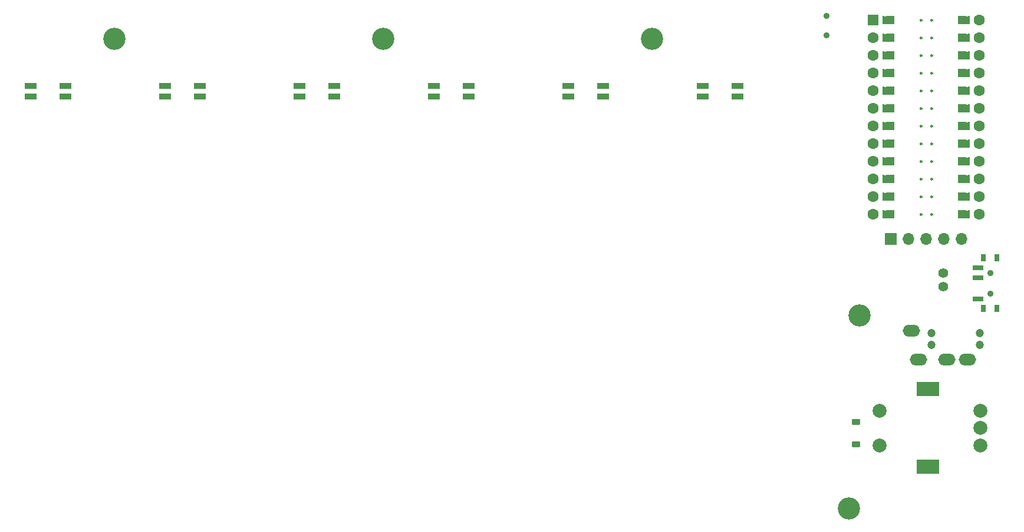
<source format=gts>
G04 #@! TF.GenerationSoftware,KiCad,Pcbnew,7.0.8*
G04 #@! TF.CreationDate,2023-10-16T23:51:49-07:00*
G04 #@! TF.ProjectId,Seismos_CoreL,53656973-6d6f-4735-9f43-6f72654c2e6b,rev?*
G04 #@! TF.SameCoordinates,Original*
G04 #@! TF.FileFunction,Soldermask,Top*
G04 #@! TF.FilePolarity,Negative*
%FSLAX46Y46*%
G04 Gerber Fmt 4.6, Leading zero omitted, Abs format (unit mm)*
G04 Created by KiCad (PCBNEW 7.0.8) date 2023-10-16 23:51:49*
%MOMM*%
%LPD*%
G01*
G04 APERTURE LIST*
G04 Aperture macros list*
%AMRoundRect*
0 Rectangle with rounded corners*
0 $1 Rounding radius*
0 $2 $3 $4 $5 $6 $7 $8 $9 X,Y pos of 4 corners*
0 Add a 4 corners polygon primitive as box body*
4,1,4,$2,$3,$4,$5,$6,$7,$8,$9,$2,$3,0*
0 Add four circle primitives for the rounded corners*
1,1,$1+$1,$2,$3*
1,1,$1+$1,$4,$5*
1,1,$1+$1,$6,$7*
1,1,$1+$1,$8,$9*
0 Add four rect primitives between the rounded corners*
20,1,$1+$1,$2,$3,$4,$5,0*
20,1,$1+$1,$4,$5,$6,$7,0*
20,1,$1+$1,$6,$7,$8,$9,0*
20,1,$1+$1,$8,$9,$2,$3,0*%
%AMFreePoly0*
4,1,6,0.600000,0.200000,0.000000,-0.400000,-0.600000,0.200000,-0.600000,0.400000,0.600000,0.400000,0.600000,0.200000,0.600000,0.200000,$1*%
%AMFreePoly1*
4,1,6,0.600000,-0.250000,-0.600000,-0.250000,-0.600000,1.000000,0.000000,0.400000,0.600000,1.000000,0.600000,-0.250000,0.600000,-0.250000,$1*%
G04 Aperture macros list end*
%ADD10C,0.250000*%
%ADD11C,0.100000*%
%ADD12C,2.000000*%
%ADD13R,3.200000X2.000000*%
%ADD14C,1.200000*%
%ADD15O,2.500000X1.700000*%
%ADD16C,3.200000*%
%ADD17R,1.700000X1.700000*%
%ADD18O,1.700000X1.700000*%
%ADD19C,0.900000*%
%ADD20R,1.500000X0.700000*%
%ADD21R,0.800000X1.000000*%
%ADD22C,1.400000*%
%ADD23C,1.600000*%
%ADD24FreePoly0,270.000000*%
%ADD25FreePoly0,90.000000*%
%ADD26R,1.600000X1.600000*%
%ADD27FreePoly1,270.000000*%
%ADD28FreePoly1,90.000000*%
%ADD29RoundRect,0.225000X-0.375000X0.225000X-0.375000X-0.225000X0.375000X-0.225000X0.375000X0.225000X0*%
%ADD30R,1.803400X0.812800*%
G04 APERTURE END LIST*
D10*
X166523000Y-22286000D02*
G75*
G03*
X166523000Y-22286000I-125000J0D01*
G01*
X164999000Y-22286000D02*
G75*
G03*
X164999000Y-22286000I-125000J0D01*
G01*
X166523000Y-24826000D02*
G75*
G03*
X166523000Y-24826000I-125000J0D01*
G01*
X164999000Y-24826000D02*
G75*
G03*
X164999000Y-24826000I-125000J0D01*
G01*
X166523000Y-27366000D02*
G75*
G03*
X166523000Y-27366000I-125000J0D01*
G01*
X164999000Y-27366000D02*
G75*
G03*
X164999000Y-27366000I-125000J0D01*
G01*
X166523000Y-29906000D02*
G75*
G03*
X166523000Y-29906000I-125000J0D01*
G01*
X164999000Y-29906000D02*
G75*
G03*
X164999000Y-29906000I-125000J0D01*
G01*
X166523000Y-32446000D02*
G75*
G03*
X166523000Y-32446000I-125000J0D01*
G01*
X164999000Y-32446000D02*
G75*
G03*
X164999000Y-32446000I-125000J0D01*
G01*
X166523000Y-34986000D02*
G75*
G03*
X166523000Y-34986000I-125000J0D01*
G01*
X164999000Y-34986000D02*
G75*
G03*
X164999000Y-34986000I-125000J0D01*
G01*
X166523000Y-37526000D02*
G75*
G03*
X166523000Y-37526000I-125000J0D01*
G01*
X164999000Y-37526000D02*
G75*
G03*
X164999000Y-37526000I-125000J0D01*
G01*
X166523000Y-40066000D02*
G75*
G03*
X166523000Y-40066000I-125000J0D01*
G01*
X164999000Y-40066000D02*
G75*
G03*
X164999000Y-40066000I-125000J0D01*
G01*
X166523000Y-42606000D02*
G75*
G03*
X166523000Y-42606000I-125000J0D01*
G01*
X164999000Y-42606000D02*
G75*
G03*
X164999000Y-42606000I-125000J0D01*
G01*
X166523000Y-45146000D02*
G75*
G03*
X166523000Y-45146000I-125000J0D01*
G01*
X164999000Y-45146000D02*
G75*
G03*
X164999000Y-45146000I-125000J0D01*
G01*
X166523000Y-47686000D02*
G75*
G03*
X166523000Y-47686000I-125000J0D01*
G01*
X164999000Y-47686000D02*
G75*
G03*
X164999000Y-47686000I-125000J0D01*
G01*
X166523000Y-50226000D02*
G75*
G03*
X166523000Y-50226000I-125000J0D01*
G01*
X164999000Y-50226000D02*
G75*
G03*
X164999000Y-50226000I-125000J0D01*
G01*
D11*
X160556000Y-22794000D02*
X159540000Y-22794000D01*
X159540000Y-21778000D01*
X160556000Y-21778000D01*
X160556000Y-22794000D01*
G36*
X160556000Y-22794000D02*
G01*
X159540000Y-22794000D01*
X159540000Y-21778000D01*
X160556000Y-21778000D01*
X160556000Y-22794000D01*
G37*
X171732000Y-22794000D02*
X170716000Y-22794000D01*
X170716000Y-21778000D01*
X171732000Y-21778000D01*
X171732000Y-22794000D01*
G36*
X171732000Y-22794000D02*
G01*
X170716000Y-22794000D01*
X170716000Y-21778000D01*
X171732000Y-21778000D01*
X171732000Y-22794000D01*
G37*
X160556000Y-25334000D02*
X159540000Y-25334000D01*
X159540000Y-24318000D01*
X160556000Y-24318000D01*
X160556000Y-25334000D01*
G36*
X160556000Y-25334000D02*
G01*
X159540000Y-25334000D01*
X159540000Y-24318000D01*
X160556000Y-24318000D01*
X160556000Y-25334000D01*
G37*
X171732000Y-25334000D02*
X170716000Y-25334000D01*
X170716000Y-24318000D01*
X171732000Y-24318000D01*
X171732000Y-25334000D01*
G36*
X171732000Y-25334000D02*
G01*
X170716000Y-25334000D01*
X170716000Y-24318000D01*
X171732000Y-24318000D01*
X171732000Y-25334000D01*
G37*
X160556000Y-27874000D02*
X159540000Y-27874000D01*
X159540000Y-26858000D01*
X160556000Y-26858000D01*
X160556000Y-27874000D01*
G36*
X160556000Y-27874000D02*
G01*
X159540000Y-27874000D01*
X159540000Y-26858000D01*
X160556000Y-26858000D01*
X160556000Y-27874000D01*
G37*
X171732000Y-27874000D02*
X170716000Y-27874000D01*
X170716000Y-26858000D01*
X171732000Y-26858000D01*
X171732000Y-27874000D01*
G36*
X171732000Y-27874000D02*
G01*
X170716000Y-27874000D01*
X170716000Y-26858000D01*
X171732000Y-26858000D01*
X171732000Y-27874000D01*
G37*
X160556000Y-30414000D02*
X159540000Y-30414000D01*
X159540000Y-29398000D01*
X160556000Y-29398000D01*
X160556000Y-30414000D01*
G36*
X160556000Y-30414000D02*
G01*
X159540000Y-30414000D01*
X159540000Y-29398000D01*
X160556000Y-29398000D01*
X160556000Y-30414000D01*
G37*
X171732000Y-30414000D02*
X170716000Y-30414000D01*
X170716000Y-29398000D01*
X171732000Y-29398000D01*
X171732000Y-30414000D01*
G36*
X171732000Y-30414000D02*
G01*
X170716000Y-30414000D01*
X170716000Y-29398000D01*
X171732000Y-29398000D01*
X171732000Y-30414000D01*
G37*
X160556000Y-32954000D02*
X159540000Y-32954000D01*
X159540000Y-31938000D01*
X160556000Y-31938000D01*
X160556000Y-32954000D01*
G36*
X160556000Y-32954000D02*
G01*
X159540000Y-32954000D01*
X159540000Y-31938000D01*
X160556000Y-31938000D01*
X160556000Y-32954000D01*
G37*
X171732000Y-32954000D02*
X170716000Y-32954000D01*
X170716000Y-31938000D01*
X171732000Y-31938000D01*
X171732000Y-32954000D01*
G36*
X171732000Y-32954000D02*
G01*
X170716000Y-32954000D01*
X170716000Y-31938000D01*
X171732000Y-31938000D01*
X171732000Y-32954000D01*
G37*
X160556000Y-35494000D02*
X159540000Y-35494000D01*
X159540000Y-34478000D01*
X160556000Y-34478000D01*
X160556000Y-35494000D01*
G36*
X160556000Y-35494000D02*
G01*
X159540000Y-35494000D01*
X159540000Y-34478000D01*
X160556000Y-34478000D01*
X160556000Y-35494000D01*
G37*
X171732000Y-35494000D02*
X170716000Y-35494000D01*
X170716000Y-34478000D01*
X171732000Y-34478000D01*
X171732000Y-35494000D01*
G36*
X171732000Y-35494000D02*
G01*
X170716000Y-35494000D01*
X170716000Y-34478000D01*
X171732000Y-34478000D01*
X171732000Y-35494000D01*
G37*
X160556000Y-38034000D02*
X159540000Y-38034000D01*
X159540000Y-37018000D01*
X160556000Y-37018000D01*
X160556000Y-38034000D01*
G36*
X160556000Y-38034000D02*
G01*
X159540000Y-38034000D01*
X159540000Y-37018000D01*
X160556000Y-37018000D01*
X160556000Y-38034000D01*
G37*
X171732000Y-38034000D02*
X170716000Y-38034000D01*
X170716000Y-37018000D01*
X171732000Y-37018000D01*
X171732000Y-38034000D01*
G36*
X171732000Y-38034000D02*
G01*
X170716000Y-38034000D01*
X170716000Y-37018000D01*
X171732000Y-37018000D01*
X171732000Y-38034000D01*
G37*
X160556000Y-40574000D02*
X159540000Y-40574000D01*
X159540000Y-39558000D01*
X160556000Y-39558000D01*
X160556000Y-40574000D01*
G36*
X160556000Y-40574000D02*
G01*
X159540000Y-40574000D01*
X159540000Y-39558000D01*
X160556000Y-39558000D01*
X160556000Y-40574000D01*
G37*
X171732000Y-40574000D02*
X170716000Y-40574000D01*
X170716000Y-39558000D01*
X171732000Y-39558000D01*
X171732000Y-40574000D01*
G36*
X171732000Y-40574000D02*
G01*
X170716000Y-40574000D01*
X170716000Y-39558000D01*
X171732000Y-39558000D01*
X171732000Y-40574000D01*
G37*
X160556000Y-43114000D02*
X159540000Y-43114000D01*
X159540000Y-42098000D01*
X160556000Y-42098000D01*
X160556000Y-43114000D01*
G36*
X160556000Y-43114000D02*
G01*
X159540000Y-43114000D01*
X159540000Y-42098000D01*
X160556000Y-42098000D01*
X160556000Y-43114000D01*
G37*
X171732000Y-43114000D02*
X170716000Y-43114000D01*
X170716000Y-42098000D01*
X171732000Y-42098000D01*
X171732000Y-43114000D01*
G36*
X171732000Y-43114000D02*
G01*
X170716000Y-43114000D01*
X170716000Y-42098000D01*
X171732000Y-42098000D01*
X171732000Y-43114000D01*
G37*
X160556000Y-45654000D02*
X159540000Y-45654000D01*
X159540000Y-44638000D01*
X160556000Y-44638000D01*
X160556000Y-45654000D01*
G36*
X160556000Y-45654000D02*
G01*
X159540000Y-45654000D01*
X159540000Y-44638000D01*
X160556000Y-44638000D01*
X160556000Y-45654000D01*
G37*
X171732000Y-45654000D02*
X170716000Y-45654000D01*
X170716000Y-44638000D01*
X171732000Y-44638000D01*
X171732000Y-45654000D01*
G36*
X171732000Y-45654000D02*
G01*
X170716000Y-45654000D01*
X170716000Y-44638000D01*
X171732000Y-44638000D01*
X171732000Y-45654000D01*
G37*
X160556000Y-48194000D02*
X159540000Y-48194000D01*
X159540000Y-47178000D01*
X160556000Y-47178000D01*
X160556000Y-48194000D01*
G36*
X160556000Y-48194000D02*
G01*
X159540000Y-48194000D01*
X159540000Y-47178000D01*
X160556000Y-47178000D01*
X160556000Y-48194000D01*
G37*
X171732000Y-48194000D02*
X170716000Y-48194000D01*
X170716000Y-47178000D01*
X171732000Y-47178000D01*
X171732000Y-48194000D01*
G36*
X171732000Y-48194000D02*
G01*
X170716000Y-48194000D01*
X170716000Y-47178000D01*
X171732000Y-47178000D01*
X171732000Y-48194000D01*
G37*
X160556000Y-50734000D02*
X159540000Y-50734000D01*
X159540000Y-49718000D01*
X160556000Y-49718000D01*
X160556000Y-50734000D01*
G36*
X160556000Y-50734000D02*
G01*
X159540000Y-50734000D01*
X159540000Y-49718000D01*
X160556000Y-49718000D01*
X160556000Y-50734000D01*
G37*
X171732000Y-50734000D02*
X170716000Y-50734000D01*
X170716000Y-49718000D01*
X171732000Y-49718000D01*
X171732000Y-50734000D01*
G36*
X171732000Y-50734000D02*
G01*
X170716000Y-50734000D01*
X170716000Y-49718000D01*
X171732000Y-49718000D01*
X171732000Y-50734000D01*
G37*
D12*
X173390000Y-83460000D03*
X173390000Y-78460000D03*
X173390000Y-80960000D03*
D13*
X165890000Y-86560000D03*
X165890000Y-75360000D03*
D12*
X158890000Y-78460000D03*
X158890000Y-83460000D03*
D14*
X173330000Y-67275000D03*
X166330000Y-67275000D03*
X173330000Y-69025000D03*
X166330000Y-69025000D03*
D15*
X164530000Y-71125000D03*
X168530000Y-71125000D03*
X171530000Y-71125000D03*
X163530000Y-66925000D03*
D16*
X156000000Y-64750000D03*
X87600000Y-25000000D03*
D17*
X160556000Y-53766000D03*
D18*
X163096000Y-53766000D03*
X165636000Y-53766000D03*
X168176000Y-53766000D03*
X170716000Y-53766000D03*
D19*
X174800000Y-61632000D03*
X174800000Y-58632000D03*
D20*
X173050000Y-59382000D03*
D21*
X173835000Y-63782000D03*
X175765000Y-63782000D03*
X173835000Y-56482000D03*
X175765000Y-56482000D03*
D20*
X173050000Y-57882000D03*
X173050000Y-62382000D03*
D16*
X49000000Y-25000000D03*
D22*
X168050500Y-58632000D03*
X168050500Y-60632000D03*
D16*
X126200000Y-25000000D03*
D23*
X173256000Y-22286000D03*
D24*
X171478000Y-22286000D03*
D25*
X159794000Y-22286000D03*
D23*
X158016000Y-22286000D03*
D26*
X158016000Y-22286000D03*
D23*
X173256000Y-24826000D03*
D24*
X171478000Y-24826000D03*
D25*
X159794000Y-24826000D03*
D23*
X158016000Y-24826000D03*
X173256000Y-27366000D03*
D24*
X171478000Y-27366000D03*
D25*
X159794000Y-27366000D03*
D23*
X158016000Y-27366000D03*
X173256000Y-29906000D03*
D24*
X171478000Y-29906000D03*
D25*
X159794000Y-29906000D03*
D23*
X158016000Y-29906000D03*
X173256000Y-32446000D03*
D24*
X171478000Y-32446000D03*
D25*
X159794000Y-32446000D03*
D23*
X158016000Y-32446000D03*
X173256000Y-34986000D03*
D24*
X171478000Y-34986000D03*
D25*
X159794000Y-34986000D03*
D23*
X158016000Y-34986000D03*
X173256000Y-37526000D03*
D24*
X171478000Y-37526000D03*
D25*
X159794000Y-37526000D03*
D23*
X158016000Y-37526000D03*
X173256000Y-40066000D03*
D24*
X171478000Y-40066000D03*
D25*
X159794000Y-40066000D03*
D23*
X158016000Y-40066000D03*
X173256000Y-42606000D03*
D24*
X171478000Y-42606000D03*
D25*
X159794000Y-42606000D03*
D23*
X158016000Y-42606000D03*
X173256000Y-45146000D03*
D24*
X171478000Y-45146000D03*
D25*
X159794000Y-45146000D03*
D23*
X158016000Y-45146000D03*
X173256000Y-47686000D03*
D24*
X171478000Y-47686000D03*
D25*
X159794000Y-47686000D03*
D23*
X158016000Y-47686000D03*
X173256000Y-50226000D03*
D24*
X171478000Y-50226000D03*
D25*
X159794000Y-50226000D03*
D23*
X158016000Y-50226000D03*
D27*
X170462000Y-22286000D03*
X170462000Y-24826000D03*
X170462000Y-27366000D03*
X170462000Y-29906000D03*
X170462000Y-32446000D03*
X170462000Y-34986000D03*
X170462000Y-37526000D03*
X170462000Y-40066000D03*
X170462000Y-42606000D03*
X170462000Y-45146000D03*
X170462000Y-47686000D03*
X170462000Y-50226000D03*
D28*
X160810000Y-50226000D03*
X160810000Y-47686000D03*
X160810000Y-45146000D03*
X160810000Y-42606000D03*
X160810000Y-40066000D03*
X160810000Y-37526000D03*
X160810000Y-34986000D03*
X160810000Y-32446000D03*
X160810000Y-29906000D03*
X160810000Y-27366000D03*
X160810000Y-24826000D03*
X160810000Y-22286000D03*
D16*
X154500000Y-92500000D03*
D29*
X155500000Y-80050000D03*
X155500000Y-83350000D03*
D30*
X42001900Y-33249300D03*
X42001900Y-31750700D03*
X36998100Y-31750700D03*
X36998100Y-33249300D03*
X138501900Y-33249300D03*
X138501900Y-31750700D03*
X133498100Y-31750700D03*
X133498100Y-33249300D03*
X99901900Y-33249300D03*
X99901900Y-31750700D03*
X94898100Y-31750700D03*
X94898100Y-33249300D03*
X80601900Y-33249300D03*
X80601900Y-31750700D03*
X75598100Y-31750700D03*
X75598100Y-33249300D03*
D19*
X151287500Y-24449500D03*
X151287500Y-21649500D03*
D30*
X119201900Y-33249300D03*
X119201900Y-31750700D03*
X114198100Y-31750700D03*
X114198100Y-33249300D03*
X61301900Y-33249300D03*
X61301900Y-31750700D03*
X56298100Y-31750700D03*
X56298100Y-33249300D03*
M02*

</source>
